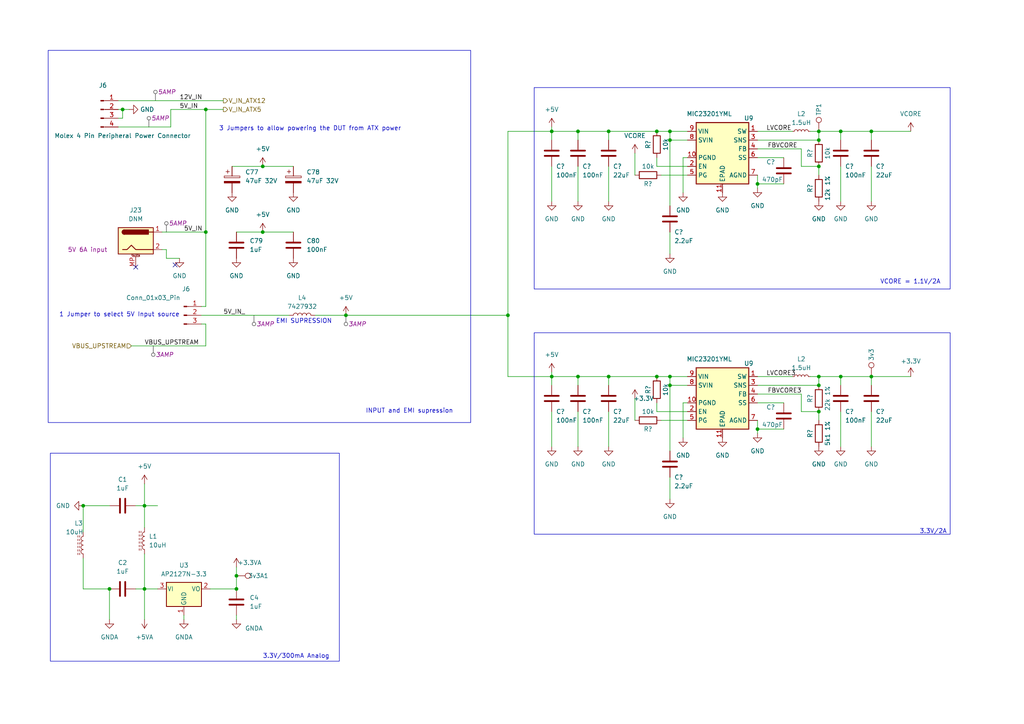
<source format=kicad_sch>
(kicad_sch (version 20230121) (generator eeschema)
  (paper "A4")
  (lib_symbols
    (symbol "Connector:Barrel_Jack_MountingPin" (pin_names hide)
      (property "Reference" "J" (at 0 5.334 0))
      (property "Value" "Barrel_Jack_MountingPin" (at 1.27 -6.35 0))
      (symbol "Barrel_Jack_MountingPin_1_1"
        (text "Mounting" (at 0 -4.191 0) (effects (font (size 0.381 0.381))))
        (pin passive line (at 7.62 2.54 180) (length 2.54) (name "~") (number "1"))
        (pin passive line (at 7.62 -2.54 180) (length 2.54) (name "~") (number "2"))
        (pin passive line (at 0 -7.62 90) (length 3.048) (name "MountPin") (number "MP"))
      )
    )
    (symbol "Connector:Conn_01x03_Pin" (pin_names (offset 1.016) hide)
      (property "Reference" "J" (at 0 5.08 0))
      (property "Value" "Conn_01x03_Pin" (at 0 -5.08 0))
      (symbol "Conn_01x03_Pin_1_1"
        (pin passive line (at 5.08 2.54 180) (length 3.81) (name "Pin_1") (number "1"))
        (pin passive line (at 5.08 0 180) (length 3.81) (name "Pin_2") (number "2"))
        (pin passive line (at 5.08 -2.54 180) (length 3.81) (name "Pin_3") (number "3"))
      )
    )
    (symbol "Connector:Conn_01x04_Pin" (pin_names (offset 1.016) hide)
      (property "Reference" "J" (at 0 5.08 0))
      (property "Value" "Conn_01x04_Pin" (at 0 -7.62 0))
      (symbol "Conn_01x04_Pin_1_1"
        (pin passive line (at 5.08 2.54 180) (length 3.81) (name "Pin_1") (number "1"))
        (pin passive line (at 5.08 0 180) (length 3.81) (name "Pin_2") (number "2"))
        (pin passive line (at 5.08 -2.54 180) (length 3.81) (name "Pin_3") (number "3"))
        (pin passive line (at 5.08 -5.08 180) (length 3.81) (name "Pin_4") (number "4"))
      )
    )
    (symbol "Connector:TestPoint" (pin_numbers hide) (pin_names (offset 0.762) hide)
      (property "Reference" "TP" (at 0 6.858 0))
      (property "Value" "TestPoint" (at 0 5.08 0))
      (symbol "TestPoint_1_1"
        (pin passive line (at 0 0 90) (length 2.54) (name "1") (number "1"))
      )
    )
    (symbol "Device:C" (pin_numbers hide) (pin_names (offset 0.254))
      (property "Reference" "C" (at 0.635 2.54 0))
      (property "Value" "C" (at 0.635 -2.54 0))
      (symbol "C_1_1"
        (pin passive line (at 0 3.81 270) (length 2.794) (name "~") (number "1"))
        (pin passive line (at 0 -3.81 90) (length 2.794) (name "~") (number "2"))
      )
    )
    (symbol "Device:C_Polarized" (pin_numbers hide) (pin_names (offset 0.254))
      (property "Reference" "C" (at 0.635 2.54 0))
      (property "Value" "C_Polarized" (at 0.635 -2.54 0))
      (symbol "C_Polarized_1_1"
        (pin passive line (at 0 3.81 270) (length 2.794) (name "~") (number "1"))
        (pin passive line (at 0 -3.81 90) (length 2.794) (name "~") (number "2"))
      )
    )
    (symbol "Device:L" (pin_numbers hide) (pin_names (offset 1.016) hide)
      (property "Reference" "L" (at -1.27 0 90))
      (property "Value" "L" (at 1.905 0 90))
      (symbol "L_1_1"
        (pin passive line (at 0 3.81 270) (length 1.27) (name "1") (number "1"))
        (pin passive line (at 0 -3.81 90) (length 1.27) (name "2") (number "2"))
      )
    )
    (symbol "Device:L_Ferrite" (pin_numbers hide) (pin_names (offset 1.016) hide)
      (property "Reference" "L" (at -1.27 0 90))
      (property "Value" "L_Ferrite" (at 2.794 0 90))
      (symbol "L_Ferrite_1_1"
        (pin passive line (at 0 3.81 270) (length 1.27) (name "1") (number "1"))
        (pin passive line (at 0 -3.81 90) (length 1.27) (name "2") (number "2"))
      )
    )
    (symbol "Device:L_Small" (pin_numbers hide) (pin_names (offset 0.254) hide)
      (property "Reference" "L" (at 0.762 1.016 0))
      (property "Value" "L_Small" (at 0.762 -1.016 0))
      (symbol "L_Small_1_1"
        (pin passive line (at 0 2.54 270) (length 0.508) (name "~") (number "1"))
        (pin passive line (at 0 -2.54 90) (length 0.508) (name "~") (number "2"))
      )
    )
    (symbol "Device:R" (pin_numbers hide) (pin_names (offset 0))
      (property "Reference" "R" (at 2.032 0 90))
      (property "Value" "R" (at 0 0 90))
      (symbol "R_1_1"
        (pin passive line (at 0 3.81 270) (length 1.27) (name "~") (number "1"))
        (pin passive line (at 0 -3.81 90) (length 1.27) (name "~") (number "2"))
      )
    )
    (symbol "POWER:VCORE" (power) (pin_names (offset 0))
      (property "Value" "VCORE" (at 0 3.81 0))
      (symbol "VCORE_1_1"
        (pin power_in line (at 0 0 90) (length 0) hide (name "VCORE") (number "1"))
      )
    )
    (symbol "Regulator_Linear:AP2127N-3.3" (pin_names (offset 0.254))
      (property "Reference" "U" (at -3.81 3.175 0))
      (property "Value" "AP2127N-3.3" (at 0 3.175 0))
      (symbol "AP2127N-3.3_1_1"
        (pin power_in line (at 0 -7.62 90) (length 2.54) (name "GND") (number "1"))
        (pin power_out line (at 7.62 0 180) (length 2.54) (name "VO") (number "2"))
        (pin power_in line (at -7.62 0 0) (length 2.54) (name "VI") (number "3"))
      )
    )
    (symbol "USBHUBS:MIC23201"
      (property "Reference" "U" (at -3.81 1.27 0))
      (symbol "MIC23201_1_1"
        (pin output line (at 10.16 -3.81 180) (length 2.54) (name "SW") (number "1"))
        (pin power_in line (at -10.16 -11.43 0) (length 2.54) (name "PGND") (number "10"))
        (pin power_in line (at 0 -21.59 90) (length 2.54) (name "EPAD") (number "11"))
        (pin input line (at -10.16 -13.97 0) (length 2.54) (name "EN") (number "2"))
        (pin input line (at 10.16 -6.35 180) (length 2.54) (name "SNS") (number "3"))
        (pin output line (at 10.16 -8.89 180) (length 2.54) (name "FB") (number "4"))
        (pin open_collector line (at -10.16 -16.51 0) (length 2.54) (name "PG") (number "5"))
        (pin output line (at 10.16 -11.43 180) (length 2.54) (name "SS") (number "6"))
        (pin power_in line (at 10.16 -16.51 180) (length 2.54) (name "AGND") (number "7"))
        (pin input line (at -10.16 -6.35 0) (length 2.54) (name "SVIN") (number "8"))
        (pin power_in line (at -10.16 -3.81 0) (length 2.54) (name "VIN") (number "9"))
      )
    )
    (symbol "power:+3.3V" (power) (pin_names (offset 0))
      (property "Value" "+3.3V" (at 0 3.556 0))
      (symbol "+3.3V_1_1"
        (pin power_in line (at 0 0 90) (length 0) hide (name "+3.3V") (number "1"))
      )
    )
    (symbol "power:+3.3VA" (power) (pin_names (offset 0))
      (property "Value" "+3.3VA" (at 0 3.556 0))
      (symbol "+3.3VA_1_1"
        (pin power_in line (at 0 0 90) (length 0) hide (name "+3.3VA") (number "1"))
      )
    )
    (symbol "power:+5V" (power) (pin_names (offset 0))
      (property "Value" "+5V" (at 0 3.556 0))
      (symbol "+5V_1_1"
        (pin power_in line (at 0 0 90) (length 0) hide (name "+5V") (number "1"))
      )
    )
    (symbol "power:+5VA" (power) (pin_names (offset 0))
      (property "Value" "+5VA" (at 0 3.556 0))
      (symbol "+5VA_1_1"
        (pin power_in line (at 0 0 90) (length 0) hide (name "+5VA") (number "1"))
      )
    )
    (symbol "power:GND" (power) (pin_names (offset 0))
      (property "Value" "GND" (at 0 -3.81 0))
      (symbol "GND_1_1"
        (pin power_in line (at 0 0 270) (length 0) hide (name "GND") (number "1"))
      )
    )
    (symbol "power:GNDA" (power) (pin_names (offset 0))
      (property "Value" "GNDA" (at 0 -3.81 0))
      (symbol "GNDA_1_1"
        (pin power_in line (at 0 0 270) (length 0) hide (name "GNDA") (number "1"))
      )
    )
  )
  (junction (at 59.69 31.75))
  (junction (at 194.31 38.1))
  (junction (at 237.49 119.38))
  (junction (at 160.02 109.22))
  (junction (at 243.84 109.22))
  (junction (at 167.64 38.1))
  (junction (at 147.32 91.44))
  (junction (at 194.31 109.22))
  (junction (at 100.33 91.44))
  (junction (at 237.49 40.64))
  (junction (at 76.2 48.26))
  (junction (at 237.49 48.26))
  (junction (at 76.2 67.31))
  (junction (at 176.53 38.1))
  (junction (at 243.84 38.1))
  (junction (at 31.75 170.815))
  (junction (at 237.49 109.22))
  (junction (at 68.58 167.005))
  (junction (at 219.71 124.46))
  (junction (at 160.02 38.1))
  (junction (at 190.5 109.22))
  (junction (at 41.91 170.815))
  (junction (at 252.73 38.1))
  (junction (at 237.49 111.76))
  (junction (at 176.53 109.22))
  (junction (at 194.31 111.76))
  (junction (at 35.56 31.75))
  (junction (at 219.71 53.34))
  (junction (at 194.31 40.64))
  (junction (at 237.49 38.1))
  (junction (at 68.58 170.815))
  (junction (at 252.73 109.22))
  (junction (at 190.5 38.1))
  (junction (at 41.91 146.685))
  (junction (at 167.64 109.22))
  (junction (at 59.69 67.31))
  (junction (at 24.13 146.685))
  (no_connect (at 50.8 76.835))
  (no_connect (at 39.37 77.47))
  (wire (pts (xy 160.02 38.1) (xy 167.64 38.1)))
  (wire (pts (xy 167.64 38.1) (xy 176.53 38.1)))
  (wire (pts (xy 176.53 38.1) (xy 176.53 40.64)))
  (wire (pts (xy 147.32 91.44) (xy 147.32 109.22)))
  (wire (pts (xy 252.73 109.22) (xy 252.73 111.76)))
  (wire (pts (xy 199.39 45.72) (xy 198.12 45.72)))
  (wire (pts (xy 191.77 121.92) (xy 199.39 121.92)))
  (wire (pts (xy 194.31 38.1) (xy 199.39 38.1)))
  (wire (pts (xy 237.49 109.22) (xy 234.95 109.22)))
  (wire (pts (xy 160.02 36.83) (xy 160.02 38.1)))
  (wire (pts (xy 243.84 109.22) (xy 252.73 109.22)))
  (wire (pts (xy 76.2 48.26) (xy 85.09 48.26)))
  (wire (pts (xy 219.71 124.46) (xy 219.71 121.92)))
  (wire (pts (xy 24.13 161.925) (xy 24.13 170.815)))
  (wire (pts (xy 68.58 178.435) (xy 68.58 179.705)))
  (wire (pts (xy 194.31 67.31) (xy 194.31 73.66)))
  (wire (pts (xy 194.31 111.76) (xy 199.39 111.76)))
  (wire (pts (xy 219.71 53.34) (xy 227.33 53.34)))
  (wire (pts (xy 190.5 45.72) (xy 190.5 48.26)))
  (wire (pts (xy 232.41 114.3) (xy 232.41 119.38)))
  (wire (pts (xy 219.71 124.46) (xy 227.33 124.46)))
  (wire (pts (xy 194.31 111.76) (xy 194.31 130.81)))
  (wire (pts (xy 219.71 40.64) (xy 237.49 40.64)))
  (wire (pts (xy 39.37 170.815) (xy 41.91 170.815)))
  (wire (pts (xy 190.5 116.84) (xy 190.5 119.38)))
  (wire (pts (xy 76.2 67.31) (xy 85.09 67.31)))
  (wire (pts (xy 67.31 48.26) (xy 76.2 48.26)))
  (wire (pts (xy 160.02 48.26) (xy 160.02 58.42)))
  (wire (pts (xy 237.49 111.76) (xy 237.49 109.22)))
  (wire (pts (xy 91.44 91.44) (xy 100.33 91.44)))
  (wire (pts (xy 46.99 67.31) (xy 59.69 67.31)))
  (wire (pts (xy 176.53 109.22) (xy 176.53 111.76)))
  (wire (pts (xy 34.29 31.75) (xy 35.56 31.75)))
  (wire (pts (xy 24.13 154.305) (xy 24.13 146.685)))
  (wire (pts (xy 219.71 53.34) (xy 219.71 54.61)))
  (wire (pts (xy 194.31 40.64) (xy 194.31 59.69)))
  (wire (pts (xy 167.64 109.22) (xy 176.53 109.22)))
  (wire (pts (xy 199.39 119.38) (xy 190.5 119.38)))
  (wire (pts (xy 41.91 140.335) (xy 41.91 146.685)))
  (wire (pts (xy 147.32 109.22) (xy 160.02 109.22)))
  (wire (pts (xy 194.31 111.76) (xy 194.31 109.22)))
  (wire (pts (xy 41.91 146.685) (xy 41.91 153.035)))
  (wire (pts (xy 243.84 109.22) (xy 243.84 111.76)))
  (wire (pts (xy 176.53 48.26) (xy 176.53 58.42)))
  (wire (pts (xy 252.73 38.1) (xy 252.73 40.64)))
  (wire (pts (xy 100.33 91.44) (xy 147.32 91.44)))
  (wire (pts (xy 252.73 109.22) (xy 264.16 109.22)))
  (wire (pts (xy 219.71 116.84) (xy 227.33 116.84)))
  (wire (pts (xy 160.02 38.1) (xy 160.02 40.64)))
  (wire (pts (xy 41.91 179.705) (xy 41.91 170.815)))
  (wire (pts (xy 48.26 74.93) (xy 52.07 74.93)))
  (wire (pts (xy 199.39 48.26) (xy 190.5 48.26)))
  (wire (pts (xy 237.49 40.64) (xy 237.49 38.1)))
  (wire (pts (xy 184.15 44.45) (xy 184.15 50.8)))
  (wire (pts (xy 232.41 43.18) (xy 232.41 48.26)))
  (wire (pts (xy 191.77 50.8) (xy 199.39 50.8)))
  (wire (pts (xy 194.31 40.64) (xy 199.39 40.64)))
  (wire (pts (xy 68.58 170.815) (xy 68.58 167.005)))
  (wire (pts (xy 198.12 116.84) (xy 198.12 127)))
  (wire (pts (xy 34.29 29.21) (xy 64.77 29.21)))
  (wire (pts (xy 219.71 124.46) (xy 219.71 125.73)))
  (wire (pts (xy 219.71 43.18) (xy 232.41 43.18)))
  (wire (pts (xy 49.53 31.75) (xy 59.69 31.75)))
  (wire (pts (xy 167.64 38.1) (xy 167.64 40.64)))
  (wire (pts (xy 59.69 93.98) (xy 59.69 100.33)))
  (wire (pts (xy 190.5 109.22) (xy 176.53 109.22)))
  (wire (pts (xy 48.26 72.39) (xy 48.26 74.93)))
  (wire (pts (xy 35.56 31.75) (xy 37.465 31.75)))
  (wire (pts (xy 243.84 38.1) (xy 243.84 40.64)))
  (wire (pts (xy 237.49 38.1) (xy 243.84 38.1)))
  (wire (pts (xy 39.37 146.685) (xy 41.91 146.685)))
  (wire (pts (xy 41.91 146.685) (xy 45.72 146.685)))
  (wire (pts (xy 243.84 38.1) (xy 252.73 38.1)))
  (wire (pts (xy 219.71 109.22) (xy 229.87 109.22)))
  (wire (pts (xy 59.69 31.75) (xy 64.77 31.75)))
  (wire (pts (xy 252.73 48.26) (xy 252.73 58.42)))
  (wire (pts (xy 219.71 114.3) (xy 232.41 114.3)))
  (wire (pts (xy 232.41 119.38) (xy 237.49 119.38)))
  (wire (pts (xy 35.56 34.29) (xy 35.56 31.75)))
  (wire (pts (xy 194.31 40.64) (xy 194.31 38.1)))
  (wire (pts (xy 147.32 38.1) (xy 160.02 38.1)))
  (wire (pts (xy 41.91 170.815) (xy 45.72 170.815)))
  (wire (pts (xy 199.39 116.84) (xy 198.12 116.84)))
  (wire (pts (xy 59.69 31.75) (xy 59.69 67.31)))
  (wire (pts (xy 68.58 167.005) (xy 68.58 164.465)))
  (wire (pts (xy 49.53 36.83) (xy 34.29 36.83)))
  (wire (pts (xy 194.31 38.1) (xy 190.5 38.1)))
  (wire (pts (xy 49.53 31.75) (xy 49.53 36.83)))
  (wire (pts (xy 219.71 111.76) (xy 237.49 111.76)))
  (wire (pts (xy 31.75 170.815) (xy 31.75 179.705)))
  (wire (pts (xy 219.71 45.72) (xy 227.33 45.72)))
  (wire (pts (xy 38.1 100.33) (xy 59.69 100.33)))
  (wire (pts (xy 198.12 45.72) (xy 198.12 55.88)))
  (wire (pts (xy 167.64 48.26) (xy 167.64 58.42)))
  (wire (pts (xy 194.31 138.43) (xy 194.31 144.78)))
  (wire (pts (xy 252.73 119.38) (xy 252.73 129.54)))
  (wire (pts (xy 41.91 160.655) (xy 41.91 170.815)))
  (wire (pts (xy 194.31 109.22) (xy 199.39 109.22)))
  (wire (pts (xy 68.58 67.31) (xy 76.2 67.31)))
  (wire (pts (xy 59.69 88.9) (xy 58.42 88.9)))
  (wire (pts (xy 252.73 38.1) (xy 264.16 38.1)))
  (wire (pts (xy 237.49 38.1) (xy 234.95 38.1)))
  (wire (pts (xy 167.64 119.38) (xy 167.64 129.54)))
  (wire (pts (xy 237.49 109.22) (xy 243.84 109.22)))
  (wire (pts (xy 167.64 109.22) (xy 167.64 111.76)))
  (wire (pts (xy 219.71 53.34) (xy 219.71 50.8)))
  (wire (pts (xy 147.32 91.44) (xy 147.32 38.1)))
  (wire (pts (xy 219.71 38.1) (xy 229.87 38.1)))
  (wire (pts (xy 194.31 109.22) (xy 190.5 109.22)))
  (wire (pts (xy 232.41 48.26) (xy 237.49 48.26)))
  (wire (pts (xy 243.84 48.26) (xy 243.84 58.42)))
  (wire (pts (xy 176.53 119.38) (xy 176.53 129.54)))
  (wire (pts (xy 58.42 91.44) (xy 83.82 91.44)))
  (wire (pts (xy 160.02 119.38) (xy 160.02 129.54)))
  (wire (pts (xy 237.49 119.38) (xy 237.49 121.92)))
  (wire (pts (xy 60.96 170.815) (xy 68.58 170.815)))
  (wire (pts (xy 34.29 34.29) (xy 35.56 34.29)))
  (wire (pts (xy 46.99 72.39) (xy 48.26 72.39)))
  (wire (pts (xy 190.5 38.1) (xy 176.53 38.1)))
  (wire (pts (xy 24.13 146.685) (xy 31.75 146.685)))
  (wire (pts (xy 24.13 170.815) (xy 31.75 170.815)))
  (wire (pts (xy 59.69 67.31) (xy 59.69 88.9)))
  (wire (pts (xy 237.49 48.26) (xy 237.49 50.8)))
  (wire (pts (xy 53.34 179.705) (xy 53.34 178.435)))
  (wire (pts (xy 58.42 93.98) (xy 59.69 93.98)))
  (wire (pts (xy 184.15 115.57) (xy 184.15 121.92)))
  (wire (pts (xy 160.02 107.95) (xy 160.02 109.22)))
  (wire (pts (xy 160.02 109.22) (xy 167.64 109.22)))
  (wire (pts (xy 243.84 119.38) (xy 243.84 129.54)))
  (wire (pts (xy 160.02 109.22) (xy 160.02 111.76)))
  (rectangle (start 13.97 14.605) (end 136.525 122.555))
  (rectangle (start 154.94 25.4) (end 275.59 83.82))
  (rectangle (start 154.94 96.52) (end 275.59 154.94))
  (rectangle (start 14.605 131.445) (end 98.425 191.77))
  (text "INPUT and EMI supression" (at 106.045 120.015 0) (effects (font (size 1.27 1.27)) (justify left bottom)))
  (text "3.3V/300mA Analog\n" (at 76.2 191.135 0) (effects (font (size 1.27 1.27)) (justify left bottom)))
  (text "VCORE = 1.1V/2A\n" (at 255.27 82.55 0) (effects (font (size 1.27 1.27)) (justify left bottom)))
  (text "1 Jumper to select 5V Input source" (at 17.145 92.075 0) (effects (font (size 1.27 1.27)) (justify left bottom)))
  (text "3 Jumpers to allow powering the DUT from ATX power" (at 63.5 38.1 0) (effects (font (size 1.27 1.27)) (justify left bottom)))
  (text "3.3V/2A\n" (at 266.7 154.94 0) (effects (font (size 1.27 1.27)) (justify left bottom)))
  (text "EMI SUPRESSION\n" (at 80.01 93.98 0) (effects (font (size 1.27 1.27)) (justify left bottom)))
  (label "5V_IN_" (at 64.77 91.44 0))
  (label "VBUS_UPSTREAM" (at 41.91 100.33 0))
  (label "FBVCORE" (at 222.631 43.18 0))
  (label "LVCORE" (at 222.25 38.1 0))
  (label "FBVCORE3" (at 222.631 114.3 0))
  (label "5V_IN" (at 53.34 67.31 0))
  (label "12V_IN" (at 52.07 29.21 0))
  (label "LVCORE3" (at 222.25 109.22 0))
  (label "5V_IN" (at 52.07 31.75 0))
  (hierarchical_label "V_IN_ATX5" (shape output) (at 64.77 31.75 0))
  (hierarchical_label "VBUS_UPSTREAM" (shape input) (at 38.1 100.33 180))
  (hierarchical_label "V_IN_ATX12" (shape output) (at 64.77 29.21 0))
  (netclass_flag "" (length 2.54) (shape round) (at 44.45 100.33 180) (property "Netclass" "3AMP" (at 45.1485 102.87 0) (effects (font italic) (justify left))))
  (netclass_flag "" (length 2.54) (shape round) (at 48.26 67.31 0) (property "Netclass" "5AMP" (at 48.9585 64.77 0) (effects (font italic) (justify left))))
  (netclass_flag "" (length 2.54) (shape round) (at 43.18 36.83 0) (property "Netclass" "5AMP" (at 43.8785 34.29 0) (effects (font italic) (justify left))))
  (netclass_flag "" (length 2.54) (shape round) (at 73.66 91.44 180) (property "Netclass" "3AMP" (at 74.3585 93.98 0) (effects (font italic) (justify left))))
  (netclass_flag "" (length 2.54) (shape round) (at 45.085 29.21 0) (property "Netclass" "5AMP" (at 45.7835 26.67 0) (effects (font italic) (justify left))))
  (netclass_flag "" (length 2.54) (shape round) (at 100.33 91.44 180) (property "Netclass" "3AMP" (at 101.0285 93.98 0) (effects (font italic) (justify left))))
  (symbol (lib_id "power:+5V") (at 100.33 91.44 0) (unit 1)
    (property "Reference" "#PWR0173" (effects hide))
    (property "Value" "+5V" (at 100.33 86.36 0))
    (instances (project "jumpstarter" (path "" (reference "#PWR0173") (unit 1)) (path "" (reference "#PWR0174") (unit 1))))
  )
  (symbol (lib_id "power:GND") (at 167.64 58.42 0) (mirror y) (unit 1)
    (property "Reference" "#PWR076" (effects hide))
    (property "Value" "GND" (at 167.64 63.5 0))
    (instances (project "jumpstarter" (path "" (reference "#PWR076") (unit 1)) (path "" (reference "#PWR0135") (unit 1)) (path "" (reference "#PWR061") (unit 1))))
  )
  (symbol (lib_id "Connector:TestPoint") (at 68.58 167.005 270) (unit 1)
    (property "Reference" "3v3A1" (at 74.93 167.005 90))
    (property "Value" "TestPoint" (effects hide))
    (property "Footprint" "TestPoint:TestPoint_Pad_D1.0mm" (effects hide))
  )
  (symbol (lib_id "power:GND") (at 37.465 31.75 90) (unit 1)
    (property "Reference" "#PWR043" (effects hide))
    (property "Value" "GND" (at 40.64 31.75 90) (effects (justify right)))
    (instances (project "jumpstarter" (path "" (reference "#PWR043") (unit 1)) (path "" (reference "#PWR05") (unit 1))))
  )
  (symbol (lib_id "Connector:Barrel_Jack_MountingPin") (at 39.37 69.85 0) (unit 1)
    (property "Reference" "J23" (at 39.37 60.96 0))
    (property "Value" "DNM" (at 39.37 63.5 0))
    (property "Footprint" "Connector_BarrelJack:BarrelJack_Horizontal" (effects hide))
    (property "Description" "5V 6A input" (at 25.4 72.39 0))
    (instances (project "jumpstarter" (path "" (reference "J23") (unit 1)) (path "" (reference "J2") (unit 1)) (path "" (reference "J23") (unit 1))))
  )
  (symbol (lib_id "Device:C") (at 68.58 71.12 0) (unit 1)
    (property "Reference" "C79" (at 72.39 69.85 0) (effects (justify left)))
    (property "Value" "1uF" (at 72.39 72.39 0) (effects (justify left)))
    (property "Footprint" "Capacitor_SMD:C_0603_1608Metric" (effects hide))
    (property "MFN" "CL10B105KA8NNNC" (effects hide))
    (property "MPN" "CL10B105KA8NNNC" (effects hide))
    (instances (project "jumpstarter" (path "" (reference "C79") (unit 1)) (path "" (reference "C83") (unit 1))))
  )
  (symbol (lib_id "power:+5V") (at 41.91 140.335 0) (unit 1)
    (property "Reference" "#PWR053" (effects hide))
    (property "Value" "+5V" (at 41.91 135.255 0))
    (instances (project "jumpstarter" (path "" (reference "#PWR053") (unit 1)) (path "" (reference "#PWR012") (unit 1))))
  )
  (symbol (lib_id "Device:R") (at 187.96 121.92 90) (unit 1)
    (property "Reference" "R?" (at 187.96 124.46 90))
    (property "Value" "10k" (at 187.96 119.38 90))
    (property "Footprint" "Resistor_SMD:R_0402_1005Metric" (effects hide))
    (property "MFN" "RTT02103JTH" (effects hide))
    (property "MPN" "RTT02103JTH" (effects hide))
    (instances (project "jumpstarter" (path "" (reference "R?") (unit 1)) (path "" (reference "R4") (unit 1)) (path "" (reference "R18") (unit 1)) (path "" (reference "R40") (unit 1))))
  )
  (symbol (lib_id "power:+5V") (at 76.2 48.26 0) (unit 1)
    (property "Reference" "#PWR0173" (effects hide))
    (property "Value" "+5V" (at 76.2 43.18 0))
    (instances (project "jumpstarter" (path "" (reference "#PWR0173") (unit 1)) (path "" (reference "#PWR0176") (unit 1))))
  )
  (symbol (lib_id "power:GND") (at 198.12 127 0) (mirror y) (unit 1)
    (property "Reference" "#PWR076" (effects hide))
    (property "Value" "GND" (at 198.12 132.08 0))
    (instances (project "jumpstarter" (path "" (reference "#PWR076") (unit 1)) (path "" (reference "#PWR063") (unit 1)) (path "" (reference "#PWR0184") (unit 1))))
  )
  (symbol (lib_id "Device:C") (at 167.64 44.45 0) (unit 1)
    (property "Reference" "C?" (at 168.91 48.26 0) (effects (justify left)))
    (property "Value" "100nF" (at 168.91 50.8 0) (effects (justify left)))
    (property "Footprint" "Capacitor_SMD:C_0402_1005Metric" (effects hide))
    (property "MPN" "CL05B104K05NNNC" (effects hide))
    (property "MPN2" "TCC0402X7R104M160AT" (effects hide))
    (property "MFN" "CL10B104KB8NNNC" (effects hide))
    (instances (project "jumpstarter" (path "" (reference "C?") (unit 1)) (path "" (reference "C6") (unit 1)) (path "" (reference "C21") (unit 1)) (path "" (reference "C64") (unit 1)) (path "" (reference "C9") (unit 1))))
  )
  (symbol (lib_id "Device:C") (at 85.09 71.12 0) (unit 1)
    (property "Reference" "C80" (at 88.9 69.85 0) (effects (justify left)))
    (property "Value" "100nF" (at 88.9 72.39 0) (effects (justify left)))
    (property "Footprint" "Capacitor_SMD:C_0402_1005Metric" (effects hide))
    (property "MPN" "CL05B104K05NNNC" (effects hide))
    (property "MPN2" "TCC0402X7R104M160AT" (effects hide))
    (property "MFN" "CL10B104KB8NNNC" (effects hide))
    (instances (project "jumpstarter" (path "" (reference "C80") (unit 1)) (path "" (reference "C84") (unit 1))))
  )
  (symbol (lib_id "Connector:Conn_01x04_Pin") (at 29.21 31.75 0) (unit 1)
    (property "Reference" "J6" (at 29.845 24.765 0))
    (property "Value" "Molex 4 Pin Peripheral Power Connector" (at 35.56 39.37 0))
    (property "Footprint" "FOOTPRINTS:3502111" (effects hide))
    (property "Datasheet" "https://eu.mouser.com/datasheet/2/418/8/ENG_CD_350211_U6-2063670.pdf" (effects hide))
    (property "MFN" "350211-1" (effects hide))
    (property "MFN2" "1586515-2" (effects hide))
    (property "Link" "https://www.mouser.es/ProductDetail/TE-Connectivity-AMP/350211-1?qs=wtYpWE7xRjkLa2TSgKGgng%3D%3D" (effects hide))
    (property "MPN" "350211-1" (effects hide))
  )
  (symbol (lib_id "Device:R") (at 190.5 41.91 0) (unit 1)
    (property "Reference" "R?" (at 187.96 41.91 90))
    (property "Value" "10k" (at 193.04 41.91 90))
    (property "Footprint" "Resistor_SMD:R_0402_1005Metric" (effects hide))
    (property "MFN" "RTT02103JTH" (effects hide))
    (property "MPN" "RTT02103JTH" (effects hide))
    (instances (project "jumpstarter" (path "" (reference "R?") (unit 1)) (path "" (reference "R4") (unit 1)) (path "" (reference "R17") (unit 1)) (path "" (reference "R18") (unit 1))))
  )
  (symbol (lib_id "Connector:TestPoint") (at 237.49 38.1 0) (unit 1)
    (property "Reference" "TP1" (at 237.49 31.75 90))
    (property "Value" "TestPoint" (effects hide))
    (property "Footprint" "TestPoint:TestPoint_Pad_D1.0mm" (effects hide))
    (instances (project "jumpstarter" (path "" (reference "TP1") (unit 1)) (path "" (reference "TP12") (unit 1)) (path "" (reference "TP8") (unit 1)) (path "" (reference "TP8") (unit 1))))
  )
  (symbol (lib_id "USBHUBS:MIC23201") (at 209.55 105.41 0) (unit 1)
    (property "Reference" "U9" (at 217.17 105.41 0))
    (property "Value" "MIC23201YML" (at 205.74 104.14 0))
    (property "Footprint" "FOOTPRINTS:SON50P300X300X100-11N-D" (effects hide))
    (property "Datasheet" "https://ww1.microchip.com/downloads/en/DeviceDoc/MIC23201.pdf" (effects hide))
    (property "Link" "https://www2.mouser.com/ProductDetail/Microchip-Technology/MIC23201YML-TR?qs=Y3Q3JoKAO1SwpHzKTZSSPA%3D%3D" (effects hide))
    (property "MFN" "MIC23201YML-TR" (effects hide))
    (property "MPN" "MIC23201YML-TR" (effects hide))
    (instances (project "jumpstarter" (path "" (reference "U9") (unit 1)) (path "" (reference "U11") (unit 1))))
  )
  (symbol (lib_id "power:GND") (at 24.13 146.685 270) (mirror x) (unit 1)
    (property "Reference" "#PWR076" (effects hide))
    (property "Value" "GND" (at 20.32 146.685 90) (effects (justify right)))
    (instances (project "jumpstarter" (path "" (reference "#PWR076") (unit 1)) (path "" (reference "#PWR0131") (unit 1)) (path "" (reference "#PWR014") (unit 1))))
  )
  (symbol (lib_id "power:GNDA") (at 31.75 179.705 0) (unit 1)
    (property "Reference" "#PWR016" (effects hide))
    (property "Value" "GNDA" (at 31.75 184.785 0))
    (instances (project "jumpstarter" (path "" (reference "#PWR016") (unit 1)) (path "" (reference "#PWR011") (unit 1))))
  )
  (symbol (lib_id "power:GND") (at 52.07 74.93 0) (unit 1)
    (property "Reference" "#PWR05" (effects hide))
    (property "Value" "GND" (at 52.07 80.01 0))
    (instances (project "jumpstarter" (path "" (reference "#PWR05") (unit 1)) (path "" (reference "#PWR0170") (unit 1))))
  )
  (symbol (lib_id "power:GND") (at 219.71 125.73 0) (mirror y) (unit 1)
    (property "Reference" "#PWR076" (effects hide))
    (property "Value" "GND" (at 219.71 130.81 0))
    (instances (project "jumpstarter" (path "" (reference "#PWR076") (unit 1)) (path "" (reference "#PWR033") (unit 1)) (path "" (reference "#PWR0186") (unit 1))))
  )
  (symbol (lib_id "power:+3.3V") (at 184.15 115.57 0) (unit 1)
    (property "Reference" "#PWR013" (effects hide))
    (property "Value" "+3.3V" (at 186.69 115.57 0))
    (instances (project "jumpstarter" (path "" (reference "#PWR013") (unit 1)) (path "" (reference "#PWR010") (unit 1))))
  )
  (symbol (lib_id "power:+5V") (at 160.02 107.95 0) (unit 1)
    (property "Reference" "#PWR053" (effects hide))
    (property "Value" "+5V" (at 160.02 102.87 0))
    (instances (project "jumpstarter" (path "" (reference "#PWR053") (unit 1)) (path "" (reference "#PWR061") (unit 1)) (path "" (reference "#PWR0178") (unit 1))))
  )
  (symbol (lib_id "Device:R") (at 237.49 125.73 0) (unit 1)
    (property "Reference" "R?" (at 234.95 125.73 90))
    (property "Value" "5k1 1%" (at 240.03 125.73 90))
    (property "Footprint" "Resistor_SMD:R_0402_1005Metric" (effects hide))
    (property "MFN" "RTT025101FTH" (effects hide))
    (property "MPN" "RTT025101FTH" (effects hide))
    (instances (project "jumpstarter" (path "" (reference "R?") (unit 1)) (path "" (reference "R4") (unit 1)) (path "" (reference "R32") (unit 1)) (path "" (reference "R43") (unit 1))))
  )
  (symbol (lib_id "Device:C") (at 227.33 120.65 0) (unit 1)
    (property "Reference" "C?" (at 222.25 118.11 0) (effects (justify left)))
    (property "Value" "470pF" (at 220.98 123.19 0) (effects (justify left)))
    (property "Footprint" "Capacitor_SMD:C_0402_1005Metric" (effects hide))
    (property "MFN" "CL05B471KB5NNNC" (effects hide))
    (property "MPN" "CL05B471KB5NNNC" (effects hide))
    (instances (project "jumpstarter" (path "" (reference "C?") (unit 1)) (path "" (reference "C6") (unit 1)) (path "" (reference "C8") (unit 1)) (path "" (reference "C86") (unit 1))))
  )
  (symbol (lib_id "power:GND") (at 194.31 144.78 0) (mirror y) (unit 1)
    (property "Reference" "#PWR076" (effects hide))
    (property "Value" "GND" (at 194.31 149.86 0))
    (instances (project "jumpstarter" (path "" (reference "#PWR076") (unit 1)) (path "" (reference "#PWR0136") (unit 1)) (path "" (reference "#PWR0183") (unit 1))))
  )
  (symbol (lib_id "Device:C") (at 243.84 115.57 0) (unit 1)
    (property "Reference" "C?" (at 245.11 119.38 0) (effects (justify left)))
    (property "Value" "100nF" (at 245.11 121.92 0) (effects (justify left)))
    (property "Footprint" "Capacitor_SMD:C_0402_1005Metric" (effects hide))
    (property "MPN" "CL05B104K05NNNC" (effects hide))
    (property "MPN2" "TCC0402X7R104M160AT" (effects hide))
    (property "MFN" "CL10B104KB8NNNC" (effects hide))
    (instances (project "jumpstarter" (path "" (reference "C?") (unit 1)) (path "" (reference "C6") (unit 1)) (path "" (reference "C21") (unit 1)) (path "" (reference "C9") (unit 1)) (path "" (reference "C87") (unit 1))))
  )
  (symbol (lib_id "Device:L_Ferrite") (at 41.91 156.845 180) (unit 1)
    (property "Reference" "L1" (at 43.18 155.575 0) (effects (justify right)))
    (property "Value" "10uH" (at 43.18 158.115 0) (effects (justify right)))
    (property "Footprint" "Inductor_SMD:L_0805_2012Metric" (effects hide))
    (property "Description" "10uH 0805 Ferrite Bead 10µH ±20% 0805 0.85mm 2.00 x 1.25mm 500mΩ 100mA 20MHz" (effects hide))
    (property "MFN" "MCL2012H100MT" (effects hide))
    (property "MPN" "MCL2012H100MT" (effects hide))
    (instances (project "jumpstarter" (path "" (reference "L1") (unit 1)) (path "" (reference "L3") (unit 1))))
  )
  (symbol (lib_id "power:GND") (at 194.31 73.66 0) (mirror y) (unit 1)
    (property "Reference" "#PWR076" (effects hide))
    (property "Value" "GND" (at 194.31 78.74 0))
    (instances (project "jumpstarter" (path "" (reference "#PWR076") (unit 1)) (path "" (reference "#PWR0136") (unit 1)) (path "" (reference "#PWR0129") (unit 1))))
  )
  (symbol (lib_id "power:GND") (at 198.12 55.88 0) (mirror y) (unit 1)
    (property "Reference" "#PWR076" (effects hide))
    (property "Value" "GND" (at 198.12 60.96 0))
    (instances (project "jumpstarter" (path "" (reference "#PWR076") (unit 1)) (path "" (reference "#PWR063") (unit 1)) (path "" (reference "#PWR0130") (unit 1))))
  )
  (symbol (lib_id "power:+5V") (at 160.02 36.83 0) (unit 1)
    (property "Reference" "#PWR053" (effects hide))
    (property "Value" "+5V" (at 160.02 31.75 0))
    (instances (project "jumpstarter" (path "" (reference "#PWR053") (unit 1)) (path "" (reference "#PWR061") (unit 1)) (path "" (reference "#PWR032") (unit 1))))
  )
  (symbol (lib_id "power:GND") (at 160.02 58.42 0) (mirror y) (unit 1)
    (property "Reference" "#PWR076" (effects hide))
    (property "Value" "GND" (at 160.02 63.5 0))
    (instances (project "jumpstarter" (path "" (reference "#PWR076") (unit 1)) (path "" (reference "#PWR0133") (unit 1)) (path "" (reference "#PWR033") (unit 1))))
  )
  (symbol (lib_id "power:GND") (at 85.09 74.93 0) (unit 1)
    (property "Reference" "#PWR0172" (effects hide))
    (property "Value" "GND" (at 85.09 80.01 0))
    (instances (project "jumpstarter" (path "" (reference "#PWR0172") (unit 1)) (path "" (reference "#PWR0175") (unit 1))))
  )
  (symbol (lib_id "POWER:VCORE") (at 264.16 38.1 0) (unit 1)
    (property "Reference" "#PWR0132" (effects hide))
    (property "Value" "VCORE" (at 264.16 33.02 0))
    (instances (project "jumpstarter" (path "" (reference "#PWR0132") (unit 1)) (path "" (reference "#PWR0136") (unit 1))))
  )
  (symbol (lib_id "power:GNDA") (at 53.34 179.705 0) (unit 1)
    (property "Reference" "#PWR011" (effects hide))
    (property "Value" "GNDA" (at 53.34 184.785 0))
    (instances (project "jumpstarter" (path "" (reference "#PWR011") (unit 1)) (path "" (reference "#PWR015") (unit 1))))
  )
  (symbol (lib_id "power:GND") (at 237.49 58.42 0) (mirror y) (unit 1)
    (property "Reference" "#PWR076" (effects hide))
    (property "Value" "GND" (at 237.49 63.5 0))
    (instances (project "jumpstarter" (path "" (reference "#PWR076") (unit 1)) (path "" (reference "#PWR0129") (unit 1)) (path "" (reference "#PWR0133") (unit 1))))
  )
  (symbol (lib_id "Device:C") (at 167.64 115.57 0) (unit 1)
    (property "Reference" "C?" (at 168.91 119.38 0) (effects (justify left)))
    (property "Value" "100nF" (at 168.91 121.92 0) (effects (justify left)))
    (property "Footprint" "Capacitor_SMD:C_0402_1005Metric" (effects hide))
    (property "MPN" "CL05B104K05NNNC" (effects hide))
    (property "MPN2" "TCC0402X7R104M160AT" (effects hide))
    (property "MFN" "CL10B104KB8NNNC" (effects hide))
    (instances (project "jumpstarter" (path "" (reference "C?") (unit 1)) (path "" (reference "C6") (unit 1)) (path "" (reference "C21") (unit 1)) (path "" (reference "C64") (unit 1)) (path "" (reference "C78") (unit 1))))
  )
  (symbol (lib_id "power:GND") (at 243.84 58.42 0) (mirror y) (unit 1)
    (property "Reference" "#PWR076" (effects hide))
    (property "Value" "GND" (at 243.84 63.5 0))
    (instances (project "jumpstarter" (path "" (reference "#PWR076") (unit 1)) (path "" (reference "#PWR0130") (unit 1)) (path "" (reference "#PWR0134") (unit 1))))
  )
  (symbol (lib_id "Device:L_Small") (at 232.41 109.22 90) (unit 1)
    (property "Reference" "L2" (at 232.41 104.14 90))
    (property "Value" "1.5uH" (at 232.41 106.68 90))
    (property "Footprint" "FOOTPRINTS:LQH5BPB100MT0L" (effects hide))
    (property "Datasheet" "https://eu.mouser.com/datasheet/2/281/JELF243A_0086-1699539.pdf" (effects hide))
    (property "MPN" "LQH5BPN1R5NT0L" (effects hide))
    (property "Description" "1.5µH ±30% 3A 24mΩ 70MHz" (effects hide))
    (property "MFN" "LQH5BPN1R5NT0L" (effects hide))
    (instances (project "jumpstarter" (path "" (reference "L2") (unit 1)) (path "" (reference "L6") (unit 1))))
  )
  (symbol (lib_id "Regulator_Linear:AP2127N-3.3") (at 53.34 170.815 0) (unit 1)
    (property "Reference" "U3" (at 53.34 163.957 0))
    (property "Value" "AP2127N-3.3" (at 53.34 166.497 0))
    (property "Footprint" "Package_TO_SOT_SMD:SOT-23" (effects hide))
    (property "Datasheet" "https://www.diodes.com/assets/Datasheets/AP2127.pdf" (effects hide))
    (property "Link" "https://www.mouser.es/ProductDetail/Diodes-Incorporated/AP2127N-3.3TRG1?qs=x6A8l6qLYDCwIat%252BGHxAAg==" (effects hide))
    (property "MFN" "AP2127N-3.3TRG1" (effects hide))
    (property "MPN" "AP2127N-3.3TRG1" (effects hide))
  )
  (symbol (lib_id "power:GND") (at 68.58 74.93 0) (unit 1)
    (property "Reference" "#PWR0171" (effects hide))
    (property "Value" "GND" (at 68.58 80.01 0))
    (instances (project "jumpstarter" (path "" (reference "#PWR0171") (unit 1)) (path "" (reference "#PWR0173") (unit 1))))
  )
  (symbol (lib_id "power:GND") (at 176.53 129.54 0) (mirror y) (unit 1)
    (property "Reference" "#PWR076" (effects hide))
    (property "Value" "GND" (at 176.53 134.62 0))
    (instances (project "jumpstarter" (path "" (reference "#PWR076") (unit 1)) (path "" (reference "#PWR0134") (unit 1)) (path "" (reference "#PWR0181") (unit 1))))
  )
  (symbol (lib_id "USBHUBS:MIC23201") (at 209.55 34.29 0) (unit 1)
    (property "Reference" "U9" (at 217.17 34.29 0))
    (property "Value" "MIC23201YML" (at 205.74 33.02 0))
    (property "Footprint" "FOOTPRINTS:SON50P300X300X100-11N-D" (effects hide))
    (property "Datasheet" "https://ww1.microchip.com/downloads/en/DeviceDoc/MIC23201.pdf" (effects hide))
    (property "Link" "https://www2.mouser.com/ProductDetail/Microchip-Technology/MIC23201YML-TR?qs=Y3Q3JoKAO1SwpHzKTZSSPA%3D%3D" (effects hide))
    (property "MFN" "MIC23201YML-TR" (effects hide))
    (property "MPN" "MIC23201YML-TR" (effects hide))
  )
  (symbol (lib_id "power:GND") (at 85.09 55.88 0) (unit 1)
    (property "Reference" "#PWR0170" (effects hide))
    (property "Value" "GND" (at 85.09 60.96 0))
    (instances (project "jumpstarter" (path "" (reference "#PWR0170") (unit 1)) (path "" (reference "#PWR0172") (unit 1))))
  )
  (symbol (lib_id "Connector:TestPoint") (at 252.73 109.22 0) (unit 1)
    (property "Reference" "3v3" (at 252.73 102.87 90))
    (property "Value" "TestPoint" (effects hide))
    (property "Footprint" "TestPoint:TestPoint_Pad_D1.0mm" (effects hide))
    (instances (project "jumpstarter" (path "" (reference "3v3") (unit 1)) (path "" (reference "3v1") (unit 1))))
  )
  (symbol (lib_id "power:+3.3V") (at 264.16 109.22 0) (unit 1)
    (property "Reference" "#PWR013" (effects hide))
    (property "Value" "+3.3V" (at 264.16 104.775 0))
    (instances (project "jumpstarter" (path "" (reference "#PWR013") (unit 1)) (path "" (reference "#PWR0190") (unit 1))))
  )
  (symbol (lib_id "power:GND") (at 237.49 129.54 0) (mirror y) (unit 1)
    (property "Reference" "#PWR076" (effects hide))
    (property "Value" "GND" (at 237.49 134.62 0))
    (instances (project "jumpstarter" (path "" (reference "#PWR076") (unit 1)) (path "" (reference "#PWR0129") (unit 1)) (path "" (reference "#PWR0187") (unit 1))))
  )
  (symbol (lib_id "Device:C") (at 243.84 44.45 0) (unit 1)
    (property "Reference" "C?" (at 245.11 48.26 0) (effects (justify left)))
    (property "Value" "100nF" (at 245.11 50.8 0) (effects (justify left)))
    (property "Footprint" "Capacitor_SMD:C_0402_1005Metric" (effects hide))
    (property "MPN" "CL05B104K05NNNC" (effects hide))
    (property "MPN2" "TCC0402X7R104M160AT" (effects hide))
    (property "MFN" "CL10B104KB8NNNC" (effects hide))
    (instances (project "jumpstarter" (path "" (reference "C?") (unit 1)) (path "" (reference "C6") (unit 1)) (path "" (reference "C21") (unit 1)) (path "" (reference "C9") (unit 1)) (path "" (reference "C64") (unit 1))))
  )
  (symbol (lib_id "Device:C") (at 176.53 115.57 0) (unit 1)
    (property "Reference" "C?" (at 177.8 119.38 0) (effects (justify left)))
    (property "Value" "22uF" (at 177.8 121.92 0) (effects (justify left)))
    (property "Footprint" "Capacitor_SMD:C_0603_1608Metric" (effects hide))
    (property "MFN" "C1608X5R1A226MT000E" (effects hide))
    (property "MPN" "C1608X5R1A226MT000E" (effects hide))
    (instances (project "jumpstarter" (path "" (reference "C?") (unit 1)) (path "" (reference "C6") (unit 1)) (path "" (reference "C21") (unit 1)) (path "" (reference "C63") (unit 1)) (path "" (reference "C79") (unit 1))))
  )
  (symbol (lib_id "power:GND") (at 176.53 58.42 0) (mirror y) (unit 1)
    (property "Reference" "#PWR076" (effects hide))
    (property "Value" "GND" (at 176.53 63.5 0))
    (instances (project "jumpstarter" (path "" (reference "#PWR076") (unit 1)) (path "" (reference "#PWR0134") (unit 1)) (path "" (reference "#PWR063") (unit 1))))
  )
  (symbol (lib_id "power:GNDA") (at 68.58 179.705 0) (unit 1)
    (property "Reference" "#PWR017" (effects hide))
    (property "Value" "GNDA" (at 73.66 182.245 0))
    (instances (project "jumpstarter" (path "" (reference "#PWR017") (unit 1)) (path "" (reference "#PWR060") (unit 1))))
  )
  (symbol (lib_id "Device:L_Small") (at 232.41 38.1 90) (unit 1)
    (property "Reference" "L2" (at 232.41 33.02 90))
    (property "Value" "1.5uH" (at 232.41 35.56 90))
    (property "Footprint" "FOOTPRINTS:LQH5BPB100MT0L" (effects hide))
    (property "Datasheet" "https://eu.mouser.com/datasheet/2/281/JELF243A_0086-1699539.pdf" (effects hide))
    (property "MPN" "LQH5BPN1R5NT0L" (effects hide))
    (property "Description" "1.5µH ±30% 3A 24mΩ 70MHz" (effects hide))
    (property "MFN" "LQH5BPN1R5NT0L" (effects hide))
  )
  (symbol (lib_id "Device:C") (at 35.56 146.685 90) (unit 1)
    (property "Reference" "C1" (at 35.56 139.065 90))
    (property "Value" "1uF" (at 35.56 141.605 90))
    (property "Footprint" "Capacitor_SMD:C_0603_1608Metric" (effects hide))
    (property "MFN" "CL10B105KA8NNNC" (effects hide))
    (property "MPN" "CL10B105KA8NNNC" (effects hide))
  )
  (symbol (lib_id "power:+5VA") (at 41.91 179.705 180) (unit 1)
    (property "Reference" "#PWR060" (effects hide))
    (property "Value" "+5VA" (at 41.91 184.785 0))
    (instances (project "jumpstarter" (path "" (reference "#PWR060") (unit 1)) (path "" (reference "#PWR013") (unit 1))))
  )
  (symbol (lib_id "Connector:Conn_01x03_Pin") (at 53.34 91.44 0) (unit 1)
    (property "Reference" "J6" (at 53.975 83.82 0))
    (property "Value" "Conn_01x03_Pin" (at 44.45 86.36 0))
    (property "Footprint" "Connector_PinHeader_2.54mm:PinHeader_1x03_P2.54mm_Vertical" (effects hide))
    (property "MFN" "PZ254V-11-03P" (effects hide))
    (instances (project "jumpstarter" (path "" (reference "J6") (unit 1)) (path "" (reference "J24") (unit 1))))
  )
  (symbol (lib_id "Device:R") (at 237.49 54.61 0) (unit 1)
    (property "Reference" "R?" (at 234.95 54.61 90))
    (property "Value" "12k 1%" (at 240.03 54.61 90))
    (property "Footprint" "Resistor_SMD:R_0402_1005Metric" (effects hide))
    (property "MFN" "RTT021202FTH" (effects hide))
    (property "MPN" "RTT021202FTH" (effects hide))
    (instances (project "jumpstarter" (path "" (reference "R?") (unit 1)) (path "" (reference "R4") (unit 1)) (path "" (reference "R32") (unit 1)) (path "" (reference "R32") (unit 1))))
  )
  (symbol (lib_id "Device:C") (at 194.31 63.5 0) (unit 1)
    (property "Reference" "C?" (at 195.58 67.31 0) (effects (justify left)))
    (property "Value" "2.2uF" (at 195.58 69.85 0) (effects (justify left)))
    (property "Footprint" "Capacitor_SMD:C_0603_1608Metric" (effects hide))
    (property "MFN" "CL10A225KP8NNNC" (effects hide))
    (property "MPN" "CL10A225KP8NNNC" (effects hide))
    (instances (project "jumpstarter" (path "" (reference "C?") (unit 1)) (path "" (reference "C6") (unit 1)) (path "" (reference "C21") (unit 1)) (path "" (reference "C65") (unit 1)) (path "" (reference "C60") (unit 1))))
  )
  (symbol (lib_id "Device:L_Ferrite") (at 24.13 158.115 180) (unit 1)
    (property "Reference" "L3" (at 21.59 151.765 0) (effects (justify right)))
    (property "Value" "10uH" (at 19.05 154.305 0) (effects (justify right)))
    (property "Footprint" "Inductor_SMD:L_0805_2012Metric" (effects hide))
    (property "Description" "10uH 0805 Ferrite Bead 10µH ±20% 0805 0.85mm 2.00 x 1.25mm 500mΩ 100mA 20MHz" (effects hide))
    (property "MFN" "MCL2012H100MT" (effects hide))
    (property "MPN" "MCL2012H100MT" (effects hide))
    (instances (project "jumpstarter" (path "" (reference "L3") (unit 1)) (path "" (reference "L1") (unit 1))))
  )
  (symbol (lib_id "power:GND") (at 243.84 129.54 0) (mirror y) (unit 1)
    (property "Reference" "#PWR076" (effects hide))
    (property "Value" "GND" (at 243.84 134.62 0))
    (instances (project "jumpstarter" (path "" (reference "#PWR076") (unit 1)) (path "" (reference "#PWR0130") (unit 1)) (path "" (reference "#PWR0188") (unit 1))))
  )
  (symbol (lib_id "Device:C") (at 252.73 44.45 0) (unit 1)
    (property "Reference" "C?" (at 254 48.26 0) (effects (justify left)))
    (property "Value" "22uF" (at 254 50.8 0) (effects (justify left)))
    (property "Footprint" "Capacitor_SMD:C_0603_1608Metric" (effects hide))
    (property "MFN" "C1608X5R1A226MT000E" (effects hide))
    (property "MPN" "C1608X5R1A226MT000E" (effects hide))
    (instances (project "jumpstarter" (path "" (reference "C?") (unit 1)) (path "" (reference "C6") (unit 1)) (path "" (reference "C21") (unit 1)) (path "" (reference "C59") (unit 1)) (path "" (reference "C65") (unit 1))))
  )
  (symbol (lib_id "Device:R") (at 190.5 113.03 0) (unit 1)
    (property "Reference" "R?" (at 187.96 113.03 90))
    (property "Value" "10k" (at 193.04 113.03 90))
    (property "Footprint" "Resistor_SMD:R_0402_1005Metric" (effects hide))
    (property "MFN" "RTT02103JTH" (effects hide))
    (property "MPN" "RTT02103JTH" (effects hide))
    (instances (project "jumpstarter" (path "" (reference "R?") (unit 1)) (path "" (reference "R4") (unit 1)) (path "" (reference "R17") (unit 1)) (path "" (reference "R41") (unit 1))))
  )
  (symbol (lib_id "Device:C") (at 160.02 115.57 0) (unit 1)
    (property "Reference" "C?" (at 161.29 119.38 0) (effects (justify left)))
    (property "Value" "100nF" (at 161.29 121.92 0) (effects (justify left)))
    (property "Footprint" "Capacitor_SMD:C_0402_1005Metric" (effects hide))
    (property "MPN" "CL05B104K05NNNC" (effects hide))
    (property "MPN2" "TCC0402X7R104M160AT" (effects hide))
    (property "MFN" "CL10B104KB8NNNC" (effects hide))
    (instances (project "jumpstarter" (path "" (reference "C?") (unit 1)) (path "" (reference "C6") (unit 1)) (path "" (reference "C21") (unit 1)) (path "" (reference "C60") (unit 1)) (path "" (reference "C77") (unit 1))))
  )
  (symbol (lib_id "power:GND") (at 252.73 58.42 0) (mirror y) (unit 1)
    (property "Reference" "#PWR076" (effects hide))
    (property "Value" "GND" (at 252.73 63.5 0))
    (instances (project "jumpstarter" (path "" (reference "#PWR076") (unit 1)) (path "" (reference "#PWR0131") (unit 1)) (path "" (reference "#PWR0135") (unit 1))))
  )
  (symbol (lib_id "Device:R") (at 237.49 115.57 0) (unit 1)
    (property "Reference" "R?" (at 234.95 115.57 90))
    (property "Value" "22k 1%" (at 240.03 115.57 90))
    (property "Footprint" "Resistor_SMD:R_0402_1005Metric" (effects hide))
    (property "MFN" "CR0402FF2202G" (effects hide))
    (property "MPN" "CR0402FF2202G" (effects hide))
    (instances (project "jumpstarter" (path "" (reference "R?") (unit 1)) (path "" (reference "R4") (unit 1)) (path "" (reference "R19") (unit 1)) (path "" (reference "R42") (unit 1))))
  )
  (symbol (lib_id "Device:C_Polarized") (at 67.31 52.07 0) (unit 1)
    (property "Reference" "C77" (at 71.12 49.911 0) (effects (justify left)))
    (property "Value" "47uF 32V" (at 71.12 52.451 0) (effects (justify left)))
    (property "Footprint" "Capacitor_SMD:CP_Elec_6.3x5.4_Nichicon" (effects hide))
    (property "Description" "47uF 32V 6.3x5.4 SMD Electrolytic Capacitor" (effects hide))
    (property "MFN" "HV470M035E055ETR" (effects hide))
    (property "MPN" "HV470M035E055ETR" (effects hide))
    (instances (project "jumpstarter" (path "" (reference "C77") (unit 1)) (path "" (reference "C5") (unit 1)) (path "" (reference "C80") (unit 1))))
  )
  (symbol (lib_id "Device:C") (at 35.56 170.815 90) (unit 1)
    (property "Reference" "C2" (at 35.56 163.195 90))
    (property "Value" "1uF" (at 35.56 165.735 90))
    (property "Footprint" "Capacitor_SMD:C_0603_1608Metric" (effects hide))
    (property "MFN" "CL10B105KA8NNNC" (effects hide))
    (property "MPN" "CL10B105KA8NNNC" (effects hide))
  )
  (symbol (lib_id "POWER:VCORE") (at 184.15 44.45 0) (unit 1)
    (property "Reference" "#PWR0125" (effects hide))
    (property "Value" "VCORE" (at 184.15 39.37 0))
  )
  (symbol (lib_id "Device:C_Polarized") (at 85.09 52.07 0) (unit 1)
    (property "Reference" "C78" (at 88.9 49.911 0) (effects (justify left)))
    (property "Value" "47uF 32V" (at 88.9 52.451 0) (effects (justify left)))
    (property "Footprint" "Capacitor_SMD:CP_Elec_6.3x5.4_Nichicon" (effects hide))
    (property "Description" "47uF 32V 6.3x5.4 SMD Electrolytic Capacitor" (effects hide))
    (property "MFN" "HV470M035E055ETR" (effects hide))
    (property "MPN" "HV470M035E055ETR" (effects hide))
    (instances (project "jumpstarter" (path "" (reference "C78") (unit 1)) (path "" (reference "C5") (unit 1)) (path "" (reference "C82") (unit 1))))
  )
  (symbol (lib_id "power:GND") (at 67.31 55.88 0) (unit 1)
    (property "Reference" "#PWR043" (effects hide))
    (property "Value" "GND" (at 67.31 60.96 0))
    (instances (project "jumpstarter" (path "" (reference "#PWR043") (unit 1)) (path "" (reference "#PWR0171") (unit 1))))
  )
  (symbol (lib_id "power:+5V") (at 76.2 67.31 0) (unit 1)
    (property "Reference" "#PWR0173" (effects hide))
    (property "Value" "+5V" (at 76.2 62.23 0))
    (instances (project "jumpstarter" (path "" (reference "#PWR0173") (unit 1)) (path "" (reference "#PWR0177") (unit 1))))
  )
  (symbol (lib_id "Device:C") (at 176.53 44.45 0) (unit 1)
    (property "Reference" "C?" (at 177.8 48.26 0) (effects (justify left)))
    (property "Value" "22uF" (at 177.8 50.8 0) (effects (justify left)))
    (property "Footprint" "Capacitor_SMD:C_0603_1608Metric" (effects hide))
    (property "MFN" "C1608X5R1A226MT000E" (effects hide))
    (property "MPN" "C1608X5R1A226MT000E" (effects hide))
    (instances (project "jumpstarter" (path "" (reference "C?") (unit 1)) (path "" (reference "C6") (unit 1)) (path "" (reference "C21") (unit 1)) (path "" (reference "C63") (unit 1)) (path "" (reference "C59") (unit 1))))
  )
  (symbol (lib_id "Device:C") (at 68.58 174.625 180) (unit 1)
    (property "Reference" "C4" (at 72.39 173.355 0) (effects (justify right)))
    (property "Value" "1uF" (at 72.39 175.895 0) (effects (justify right)))
    (property "Footprint" "Capacitor_SMD:C_0603_1608Metric" (effects hide))
    (property "MFN" "CL10B105KA8NNNC" (effects hide))
    (property "MPN" "CL10B105KA8NNNC" (effects hide))
  )
  (symbol (lib_id "power:GND") (at 252.73 129.54 0) (mirror y) (unit 1)
    (property "Reference" "#PWR076" (effects hide))
    (property "Value" "GND" (at 252.73 134.62 0))
    (instances (project "jumpstarter" (path "" (reference "#PWR076") (unit 1)) (path "" (reference "#PWR0131") (unit 1)) (path "" (reference "#PWR0189") (unit 1))))
  )
  (symbol (lib_id "power:GND") (at 219.71 54.61 0) (mirror y) (unit 1)
    (property "Reference" "#PWR076" (effects hide))
    (property "Value" "GND" (at 219.71 59.69 0))
    (instances (project "jumpstarter" (path "" (reference "#PWR076") (unit 1)) (path "" (reference "#PWR033") (unit 1)) (path "" (reference "#PWR0132") (unit 1))))
  )
  (symbol (lib_id "power:GND") (at 209.55 127 0) (mirror y) (unit 1)
    (property "Reference" "#PWR076" (effects hide))
    (property "Value" "GND" (at 209.55 132.08 0))
    (instances (project "jumpstarter" (path "" (reference "#PWR076") (unit 1)) (path "" (reference "#PWR032") (unit 1)) (path "" (reference "#PWR0185") (unit 1))))
  )
  (symbol (lib_id "Device:C") (at 252.73 115.57 0) (unit 1)
    (property "Reference" "C?" (at 254 119.38 0) (effects (justify left)))
    (property "Value" "22uF" (at 254 121.92 0) (effects (justify left)))
    (property "Footprint" "Capacitor_SMD:C_0603_1608Metric" (effects hide))
    (property "MFN" "C1608X5R1A226MT000E" (effects hide))
    (property "MPN" "C1608X5R1A226MT000E" (effects hide))
    (instances (project "jumpstarter" (path "" (reference "C?") (unit 1)) (path "" (reference "C6") (unit 1)) (path "" (reference "C21") (unit 1)) (path "" (reference "C59") (unit 1)) (path "" (reference "C88") (unit 1))))
  )
  (symbol (lib_id "Device:C") (at 160.02 44.45 0) (unit 1)
    (property "Reference" "C?" (at 161.29 48.26 0) (effects (justify left)))
    (property "Value" "100nF" (at 161.29 50.8 0) (effects (justify left)))
    (property "Footprint" "Capacitor_SMD:C_0402_1005Metric" (effects hide))
    (property "MPN" "CL05B104K05NNNC" (effects hide))
    (property "MPN2" "TCC0402X7R104M160AT" (effects hide))
    (property "MFN" "CL10B104KB8NNNC" (effects hide))
    (instances (project "jumpstarter" (path "" (reference "C?") (unit 1)) (path "" (reference "C6") (unit 1)) (path "" (reference "C21") (unit 1)) (path "" (reference "C60") (unit 1)) (path "" (reference "C8") (unit 1))))
  )
  (symbol (lib_id "Device:R") (at 187.96 50.8 90) (unit 1)
    (property "Reference" "R?" (at 187.96 53.34 90))
    (property "Value" "10k" (at 187.96 48.26 90))
    (property "Footprint" "Resistor_SMD:R_0402_1005Metric" (effects hide))
    (property "MFN" "RTT02103JTH" (effects hide))
    (property "MPN" "RTT02103JTH" (effects hide))
    (instances (project "jumpstarter" (path "" (reference "R?") (unit 1)) (path "" (reference "R4") (unit 1)) (path "" (reference "R18") (unit 1)) (path "" (reference "R17") (unit 1))))
  )
  (symbol (lib_id "Device:C") (at 227.33 49.53 0) (unit 1)
    (property "Reference" "C?" (at 222.25 46.99 0) (effects (justify left)))
    (property "Value" "470pF" (at 220.98 52.07 0) (effects (justify left)))
    (property "Footprint" "Capacitor_SMD:C_0402_1005Metric" (effects hide))
    (property "MFN" "CL05B471KB5NNNC" (effects hide))
    (property "MPN" "CL05B471KB5NNNC" (effects hide))
    (instances (project "jumpstarter" (path "" (reference "C?") (unit 1)) (path "" (reference "C6") (unit 1)) (path "" (reference "C8") (unit 1)) (path "" (reference "C63") (unit 1))))
  )
  (symbol (lib_id "power:GND") (at 167.64 129.54 0) (mirror y) (unit 1)
    (property "Reference" "#PWR076" (effects hide))
    (property "Value" "GND" (at 167.64 134.62 0))
    (instances (project "jumpstarter" (path "" (reference "#PWR076") (unit 1)) (path "" (reference "#PWR0135") (unit 1)) (path "" (reference "#PWR0180") (unit 1))))
  )
  (symbol (lib_id "power:GND") (at 209.55 55.88 0) (mirror y) (unit 1)
    (property "Reference" "#PWR076" (effects hide))
    (property "Value" "GND" (at 209.55 60.96 0))
    (instances (project "jumpstarter" (path "" (reference "#PWR076") (unit 1)) (path "" (reference "#PWR032") (unit 1)) (path "" (reference "#PWR0131") (unit 1))))
  )
  (symbol (lib_id "Device:R") (at 237.49 44.45 0) (unit 1)
    (property "Reference" "R?" (at 234.95 44.45 90))
    (property "Value" "10k" (at 240.03 44.45 90))
    (property "Footprint" "Resistor_SMD:R_0402_1005Metric" (effects hide))
    (property "MFN" "RTT02103JTH" (effects hide))
    (property "MPN" "RTT02103JTH" (effects hide))
    (instances (project "jumpstarter" (path "" (reference "R?") (unit 1)) (path "" (reference "R4") (unit 1)) (path "" (reference "R19") (unit 1)) (path "" (reference "R19") (unit 1))))
  )
  (symbol (lib_id "power:GND") (at 160.02 129.54 0) (mirror y) (unit 1)
    (property "Reference" "#PWR076" (effects hide))
    (property "Value" "GND" (at 160.02 134.62 0))
    (instances (project "jumpstarter" (path "" (reference "#PWR076") (unit 1)) (path "" (reference "#PWR0133") (unit 1)) (path "" (reference "#PWR0179") (unit 1))))
  )
  (symbol (lib_id "power:+3.3VA") (at 68.58 164.465 0) (unit 1)
    (property "Reference" "#PWR012" (effects hide))
    (property "Value" "+3.3VA" (at 72.39 163.195 0))
    (instances (project "jumpstarter" (path "" (reference "#PWR012") (unit 1)) (path "" (reference "#PWR053") (unit 1))))
  )
  (symbol (lib_id "Device:L") (at 87.63 91.44 90) (unit 1)
    (property "Reference" "L4" (at 87.63 86.36 90))
    (property "Value" "7427932" (at 87.63 88.9 90))
    (property "Footprint" "FOOTPRINTS:7427932" (effects hide))
    (property "Datasheet" "https://www.we-online.com/components/products/datasheet/7427932.pdf" (effects hide))
    (property "Description" "Wurth 7427932 Inductor" (effects hide))
    (property "Link" "https://www2.mouser.com/ProductDetail/Wurth-Elektronik/7427932?qs=E%2F%2FhvbtCqpMraVkI3KrIPA%3D%3D" (effects hide))
    (property "MFN" "7427932" (effects hide))
    (property "MPN" "7427932" (effects hide))
  )
  (symbol (lib_id "Device:C") (at 194.31 134.62 0) (unit 1)
    (property "Reference" "C?" (at 195.58 138.43 0) (effects (justify left)))
    (property "Value" "2.2uF" (at 195.58 140.97 0) (effects (justify left)))
    (property "Footprint" "Capacitor_SMD:C_0603_1608Metric" (effects hide))
    (property "MFN" "CL10A225KP8NNNC" (effects hide))
    (property "MPN" "CL10A225KP8NNNC" (effects hide))
    (instances (project "jumpstarter" (path "" (reference "C?") (unit 1)) (path "" (reference "C6") (unit 1)) (path "" (reference "C21") (unit 1)) (path "" (reference "C65") (unit 1)) (path "" (reference "C85") (unit 1))))
  )
)
</source>
